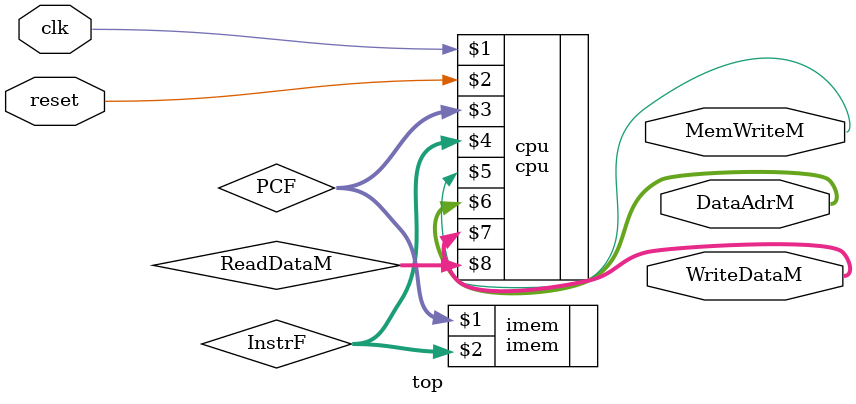
<source format=sv>
module top(input  logic        clk, reset,
           output logic [31:0] WriteDataM, DataAdrM,
           output logic        MemWriteM);
			  
  logic [31:0] PCF, InstrF, ReadDataM;

  // instantiate processor and memories
  cpu cpu(clk, reset, PCF, InstrF, MemWriteM, DataAdrM, WriteDataM, ReadDataM);
  
  imem imem(PCF, InstrF);

  //dmem dmem(clk, MemWriteM, DataAdrM, WriteDataM, ReadDataM);

/*
  RAMMemory ram1(
    .clock(clk),
	 .wren(MemWriteM),
    .address(DataAdrM),
    .data(WriteDataM),
    .q(ReadDataM)
  );*/
endmodule
</source>
